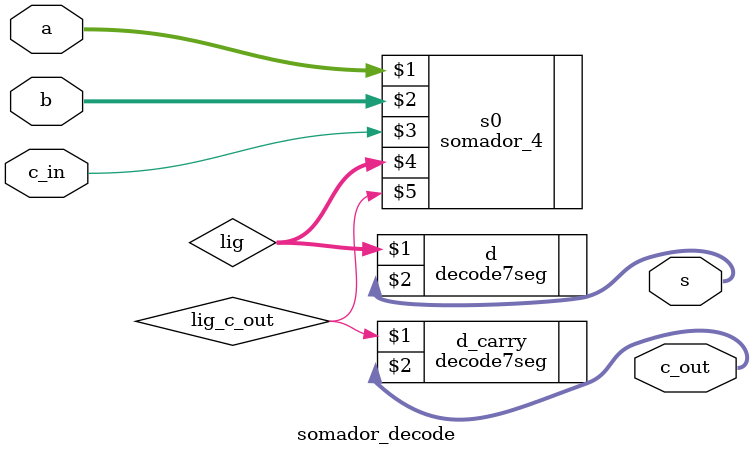
<source format=sv>
module somador_decode (a, b, s, c_in, c_out);
	input [3:0] a, b;
	input c_in;
	wire [3:0] lig;
	wire lig_c_out;
	output [6:0] s, c_out;
	
	somador_4 s0(a, b, c_in, lig, lig_c_out);
	
	decode7seg d(lig, s), d_carry(lig_c_out, c_out);
	
endmodule 
</source>
